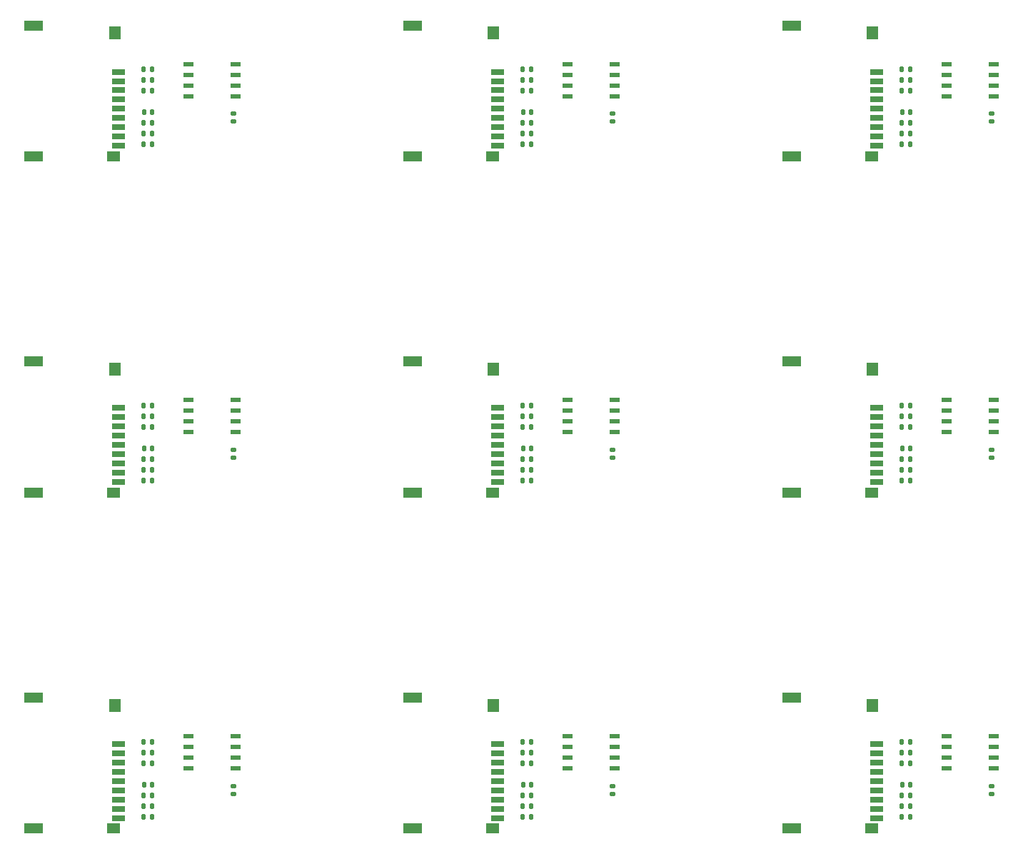
<source format=gbp>
%TF.GenerationSoftware,KiCad,Pcbnew,8.0.1*%
%TF.CreationDate,2024-09-05T10:17:41-06:00*%
%TF.ProjectId,SparkFun_Qwiic_WAV_Trigger_Pro_panelized,53706172-6b46-4756-9e5f-51776969635f,rev?*%
%TF.SameCoordinates,Original*%
%TF.FileFunction,Paste,Bot*%
%TF.FilePolarity,Positive*%
%FSLAX46Y46*%
G04 Gerber Fmt 4.6, Leading zero omitted, Abs format (unit mm)*
G04 Created by KiCad (PCBNEW 8.0.1) date 2024-09-05 10:17:41*
%MOMM*%
%LPD*%
G01*
G04 APERTURE LIST*
G04 Aperture macros list*
%AMRoundRect*
0 Rectangle with rounded corners*
0 $1 Rounding radius*
0 $2 $3 $4 $5 $6 $7 $8 $9 X,Y pos of 4 corners*
0 Add a 4 corners polygon primitive as box body*
4,1,4,$2,$3,$4,$5,$6,$7,$8,$9,$2,$3,0*
0 Add four circle primitives for the rounded corners*
1,1,$1+$1,$2,$3*
1,1,$1+$1,$4,$5*
1,1,$1+$1,$6,$7*
1,1,$1+$1,$8,$9*
0 Add four rect primitives between the rounded corners*
20,1,$1+$1,$2,$3,$4,$5,0*
20,1,$1+$1,$4,$5,$6,$7,0*
20,1,$1+$1,$6,$7,$8,$9,0*
20,1,$1+$1,$8,$9,$2,$3,0*%
G04 Aperture macros list end*
%ADD10R,1.200000X0.600000*%
%ADD11RoundRect,0.135000X0.135000X0.185000X-0.135000X0.185000X-0.135000X-0.185000X0.135000X-0.185000X0*%
%ADD12R,1.600000X0.700000*%
%ADD13R,1.600000X1.200000*%
%ADD14R,2.200000X1.200000*%
%ADD15R,1.400000X1.600000*%
%ADD16RoundRect,0.140000X0.140000X0.170000X-0.140000X0.170000X-0.140000X-0.170000X0.140000X-0.170000X0*%
%ADD17RoundRect,0.140000X-0.170000X0.140000X-0.170000X-0.140000X0.170000X-0.140000X0.170000X0.140000X0*%
G04 APERTURE END LIST*
D10*
%TO.C,U7*%
X113135000Y99425000D03*
X113135000Y100695000D03*
X113135000Y101965000D03*
X113135000Y103235000D03*
X118735000Y103235000D03*
X118735000Y101965000D03*
X118735000Y100695000D03*
X118735000Y99425000D03*
%TD*%
%TO.C,U7*%
X113135000Y59555000D03*
X113135000Y60825000D03*
X113135000Y62095000D03*
X113135000Y63365000D03*
X118735000Y63365000D03*
X118735000Y62095000D03*
X118735000Y60825000D03*
X118735000Y59555000D03*
%TD*%
%TO.C,U7*%
X113135000Y19685000D03*
X113135000Y20955000D03*
X113135000Y22225000D03*
X113135000Y23495000D03*
X118735000Y23495000D03*
X118735000Y22225000D03*
X118735000Y20955000D03*
X118735000Y19685000D03*
%TD*%
%TO.C,U7*%
X68185000Y99425000D03*
X68185000Y100695000D03*
X68185000Y101965000D03*
X68185000Y103235000D03*
X73785000Y103235000D03*
X73785000Y101965000D03*
X73785000Y100695000D03*
X73785000Y99425000D03*
%TD*%
%TO.C,U7*%
X68185000Y59555000D03*
X68185000Y60825000D03*
X68185000Y62095000D03*
X68185000Y63365000D03*
X73785000Y63365000D03*
X73785000Y62095000D03*
X73785000Y60825000D03*
X73785000Y59555000D03*
%TD*%
%TO.C,U7*%
X68185000Y19685000D03*
X68185000Y20955000D03*
X68185000Y22225000D03*
X68185000Y23495000D03*
X73785000Y23495000D03*
X73785000Y22225000D03*
X73785000Y20955000D03*
X73785000Y19685000D03*
%TD*%
%TO.C,U7*%
X23235000Y99425000D03*
X23235000Y100695000D03*
X23235000Y101965000D03*
X23235000Y103235000D03*
X28835000Y103235000D03*
X28835000Y101965000D03*
X28835000Y100695000D03*
X28835000Y99425000D03*
%TD*%
%TO.C,U7*%
X23235000Y59555000D03*
X23235000Y60825000D03*
X23235000Y62095000D03*
X23235000Y63365000D03*
X28835000Y63365000D03*
X28835000Y62095000D03*
X28835000Y60825000D03*
X28835000Y59555000D03*
%TD*%
D11*
%TO.C,R9*%
X108825000Y100060000D03*
X107805000Y100060000D03*
%TD*%
%TO.C,R9*%
X108825000Y60190000D03*
X107805000Y60190000D03*
%TD*%
%TO.C,R9*%
X108825000Y20320000D03*
X107805000Y20320000D03*
%TD*%
%TO.C,R9*%
X63875000Y100060000D03*
X62855000Y100060000D03*
%TD*%
%TO.C,R9*%
X63875000Y60190000D03*
X62855000Y60190000D03*
%TD*%
%TO.C,R9*%
X63875000Y20320000D03*
X62855000Y20320000D03*
%TD*%
%TO.C,R9*%
X18925000Y100060000D03*
X17905000Y100060000D03*
%TD*%
%TO.C,R9*%
X18925000Y60190000D03*
X17905000Y60190000D03*
%TD*%
%TO.C,R12*%
X108825000Y94980000D03*
X107805000Y94980000D03*
%TD*%
%TO.C,R12*%
X108825000Y55110000D03*
X107805000Y55110000D03*
%TD*%
%TO.C,R12*%
X108825000Y15240000D03*
X107805000Y15240000D03*
%TD*%
%TO.C,R12*%
X63875000Y94980000D03*
X62855000Y94980000D03*
%TD*%
%TO.C,R12*%
X63875000Y55110000D03*
X62855000Y55110000D03*
%TD*%
%TO.C,R12*%
X63875000Y15240000D03*
X62855000Y15240000D03*
%TD*%
%TO.C,R12*%
X18925000Y94980000D03*
X17905000Y94980000D03*
%TD*%
%TO.C,R12*%
X18925000Y55110000D03*
X17905000Y55110000D03*
%TD*%
%TO.C,R10*%
X108825000Y96250000D03*
X107805000Y96250000D03*
%TD*%
%TO.C,R10*%
X108825000Y56380000D03*
X107805000Y56380000D03*
%TD*%
%TO.C,R10*%
X108825000Y16510000D03*
X107805000Y16510000D03*
%TD*%
%TO.C,R10*%
X63875000Y96250000D03*
X62855000Y96250000D03*
%TD*%
%TO.C,R10*%
X63875000Y56380000D03*
X62855000Y56380000D03*
%TD*%
%TO.C,R10*%
X63875000Y16510000D03*
X62855000Y16510000D03*
%TD*%
%TO.C,R10*%
X18925000Y96250000D03*
X17905000Y96250000D03*
%TD*%
%TO.C,R10*%
X18925000Y56380000D03*
X17905000Y56380000D03*
%TD*%
D12*
%TO.C,J5*%
X104845000Y102310000D03*
X104845000Y101210000D03*
X104845000Y100110000D03*
X104845000Y99010000D03*
X104845000Y97910000D03*
X104845000Y96810000D03*
X104845000Y95710000D03*
X104845000Y94610000D03*
X104845000Y93510000D03*
D13*
X104245000Y92310000D03*
D14*
X94745000Y92310000D03*
X94745000Y107810000D03*
D15*
X104345000Y106910000D03*
%TD*%
D12*
%TO.C,J5*%
X104845000Y62440000D03*
X104845000Y61340000D03*
X104845000Y60240000D03*
X104845000Y59140000D03*
X104845000Y58040000D03*
X104845000Y56940000D03*
X104845000Y55840000D03*
X104845000Y54740000D03*
X104845000Y53640000D03*
D13*
X104245000Y52440000D03*
D14*
X94745000Y52440000D03*
X94745000Y67940000D03*
D15*
X104345000Y67040000D03*
%TD*%
D12*
%TO.C,J5*%
X104845000Y22570000D03*
X104845000Y21470000D03*
X104845000Y20370000D03*
X104845000Y19270000D03*
X104845000Y18170000D03*
X104845000Y17070000D03*
X104845000Y15970000D03*
X104845000Y14870000D03*
X104845000Y13770000D03*
D13*
X104245000Y12570000D03*
D14*
X94745000Y12570000D03*
X94745000Y28070000D03*
D15*
X104345000Y27170000D03*
%TD*%
D12*
%TO.C,J5*%
X59895000Y102310000D03*
X59895000Y101210000D03*
X59895000Y100110000D03*
X59895000Y99010000D03*
X59895000Y97910000D03*
X59895000Y96810000D03*
X59895000Y95710000D03*
X59895000Y94610000D03*
X59895000Y93510000D03*
D13*
X59295000Y92310000D03*
D14*
X49795000Y92310000D03*
X49795000Y107810000D03*
D15*
X59395000Y106910000D03*
%TD*%
D12*
%TO.C,J5*%
X59895000Y62440000D03*
X59895000Y61340000D03*
X59895000Y60240000D03*
X59895000Y59140000D03*
X59895000Y58040000D03*
X59895000Y56940000D03*
X59895000Y55840000D03*
X59895000Y54740000D03*
X59895000Y53640000D03*
D13*
X59295000Y52440000D03*
D14*
X49795000Y52440000D03*
X49795000Y67940000D03*
D15*
X59395000Y67040000D03*
%TD*%
D12*
%TO.C,J5*%
X59895000Y22570000D03*
X59895000Y21470000D03*
X59895000Y20370000D03*
X59895000Y19270000D03*
X59895000Y18170000D03*
X59895000Y17070000D03*
X59895000Y15970000D03*
X59895000Y14870000D03*
X59895000Y13770000D03*
D13*
X59295000Y12570000D03*
D14*
X49795000Y12570000D03*
X49795000Y28070000D03*
D15*
X59395000Y27170000D03*
%TD*%
D12*
%TO.C,J5*%
X14945000Y102310000D03*
X14945000Y101210000D03*
X14945000Y100110000D03*
X14945000Y99010000D03*
X14945000Y97910000D03*
X14945000Y96810000D03*
X14945000Y95710000D03*
X14945000Y94610000D03*
X14945000Y93510000D03*
D13*
X14345000Y92310000D03*
D14*
X4845000Y92310000D03*
X4845000Y107810000D03*
D15*
X14445000Y106910000D03*
%TD*%
D12*
%TO.C,J5*%
X14945000Y62440000D03*
X14945000Y61340000D03*
X14945000Y60240000D03*
X14945000Y59140000D03*
X14945000Y58040000D03*
X14945000Y56940000D03*
X14945000Y55840000D03*
X14945000Y54740000D03*
X14945000Y53640000D03*
D13*
X14345000Y52440000D03*
D14*
X4845000Y52440000D03*
X4845000Y67940000D03*
D15*
X14445000Y67040000D03*
%TD*%
D11*
%TO.C,R13*%
X108825000Y102600000D03*
X107805000Y102600000D03*
%TD*%
%TO.C,R13*%
X108825000Y62730000D03*
X107805000Y62730000D03*
%TD*%
%TO.C,R13*%
X108825000Y22860000D03*
X107805000Y22860000D03*
%TD*%
%TO.C,R13*%
X63875000Y102600000D03*
X62855000Y102600000D03*
%TD*%
%TO.C,R13*%
X63875000Y62730000D03*
X62855000Y62730000D03*
%TD*%
%TO.C,R13*%
X63875000Y22860000D03*
X62855000Y22860000D03*
%TD*%
%TO.C,R13*%
X18925000Y102600000D03*
X17905000Y102600000D03*
%TD*%
%TO.C,R13*%
X18925000Y62730000D03*
X17905000Y62730000D03*
%TD*%
D16*
%TO.C,C25*%
X108795000Y97520000D03*
X107835000Y97520000D03*
%TD*%
%TO.C,C25*%
X108795000Y57650000D03*
X107835000Y57650000D03*
%TD*%
%TO.C,C25*%
X108795000Y17780000D03*
X107835000Y17780000D03*
%TD*%
%TO.C,C25*%
X63845000Y97520000D03*
X62885000Y97520000D03*
%TD*%
%TO.C,C25*%
X63845000Y57650000D03*
X62885000Y57650000D03*
%TD*%
%TO.C,C25*%
X63845000Y17780000D03*
X62885000Y17780000D03*
%TD*%
%TO.C,C25*%
X18895000Y97520000D03*
X17935000Y97520000D03*
%TD*%
%TO.C,C25*%
X18895000Y57650000D03*
X17935000Y57650000D03*
%TD*%
D17*
%TO.C,C28*%
X118475000Y97365000D03*
X118475000Y96405000D03*
%TD*%
%TO.C,C28*%
X118475000Y57495000D03*
X118475000Y56535000D03*
%TD*%
%TO.C,C28*%
X118475000Y17625000D03*
X118475000Y16665000D03*
%TD*%
%TO.C,C28*%
X73525000Y97365000D03*
X73525000Y96405000D03*
%TD*%
%TO.C,C28*%
X73525000Y57495000D03*
X73525000Y56535000D03*
%TD*%
%TO.C,C28*%
X73525000Y17625000D03*
X73525000Y16665000D03*
%TD*%
%TO.C,C28*%
X28575000Y97365000D03*
X28575000Y96405000D03*
%TD*%
%TO.C,C28*%
X28575000Y57495000D03*
X28575000Y56535000D03*
%TD*%
D11*
%TO.C,R16*%
X108825000Y93710000D03*
X107805000Y93710000D03*
%TD*%
%TO.C,R16*%
X108825000Y53840000D03*
X107805000Y53840000D03*
%TD*%
%TO.C,R16*%
X108825000Y13970000D03*
X107805000Y13970000D03*
%TD*%
%TO.C,R16*%
X63875000Y93710000D03*
X62855000Y93710000D03*
%TD*%
%TO.C,R16*%
X63875000Y53840000D03*
X62855000Y53840000D03*
%TD*%
%TO.C,R16*%
X63875000Y13970000D03*
X62855000Y13970000D03*
%TD*%
%TO.C,R16*%
X18925000Y93710000D03*
X17905000Y93710000D03*
%TD*%
%TO.C,R16*%
X18925000Y53840000D03*
X17905000Y53840000D03*
%TD*%
%TO.C,R14*%
X108825000Y101330000D03*
X107805000Y101330000D03*
%TD*%
%TO.C,R14*%
X108825000Y61460000D03*
X107805000Y61460000D03*
%TD*%
%TO.C,R14*%
X108825000Y21590000D03*
X107805000Y21590000D03*
%TD*%
%TO.C,R14*%
X63875000Y101330000D03*
X62855000Y101330000D03*
%TD*%
%TO.C,R14*%
X63875000Y61460000D03*
X62855000Y61460000D03*
%TD*%
%TO.C,R14*%
X63875000Y21590000D03*
X62855000Y21590000D03*
%TD*%
%TO.C,R14*%
X18925000Y101330000D03*
X17905000Y101330000D03*
%TD*%
%TO.C,R14*%
X18925000Y61460000D03*
X17905000Y61460000D03*
%TD*%
%TO.C,R14*%
X18925000Y21590000D03*
X17905000Y21590000D03*
%TD*%
%TO.C,R16*%
X18925000Y13970000D03*
X17905000Y13970000D03*
%TD*%
D17*
%TO.C,C28*%
X28575000Y17625000D03*
X28575000Y16665000D03*
%TD*%
D16*
%TO.C,C25*%
X18895000Y17780000D03*
X17935000Y17780000D03*
%TD*%
D11*
%TO.C,R13*%
X18925000Y22860000D03*
X17905000Y22860000D03*
%TD*%
D12*
%TO.C,J5*%
X14945000Y22570000D03*
X14945000Y21470000D03*
X14945000Y20370000D03*
X14945000Y19270000D03*
X14945000Y18170000D03*
X14945000Y17070000D03*
X14945000Y15970000D03*
X14945000Y14870000D03*
X14945000Y13770000D03*
D13*
X14345000Y12570000D03*
D14*
X4845000Y12570000D03*
X4845000Y28070000D03*
D15*
X14445000Y27170000D03*
%TD*%
D11*
%TO.C,R10*%
X18925000Y16510000D03*
X17905000Y16510000D03*
%TD*%
%TO.C,R12*%
X18925000Y15240000D03*
X17905000Y15240000D03*
%TD*%
%TO.C,R9*%
X18925000Y20320000D03*
X17905000Y20320000D03*
%TD*%
D10*
%TO.C,U7*%
X23235000Y19685000D03*
X23235000Y20955000D03*
X23235000Y22225000D03*
X23235000Y23495000D03*
X28835000Y23495000D03*
X28835000Y22225000D03*
X28835000Y20955000D03*
X28835000Y19685000D03*
%TD*%
M02*

</source>
